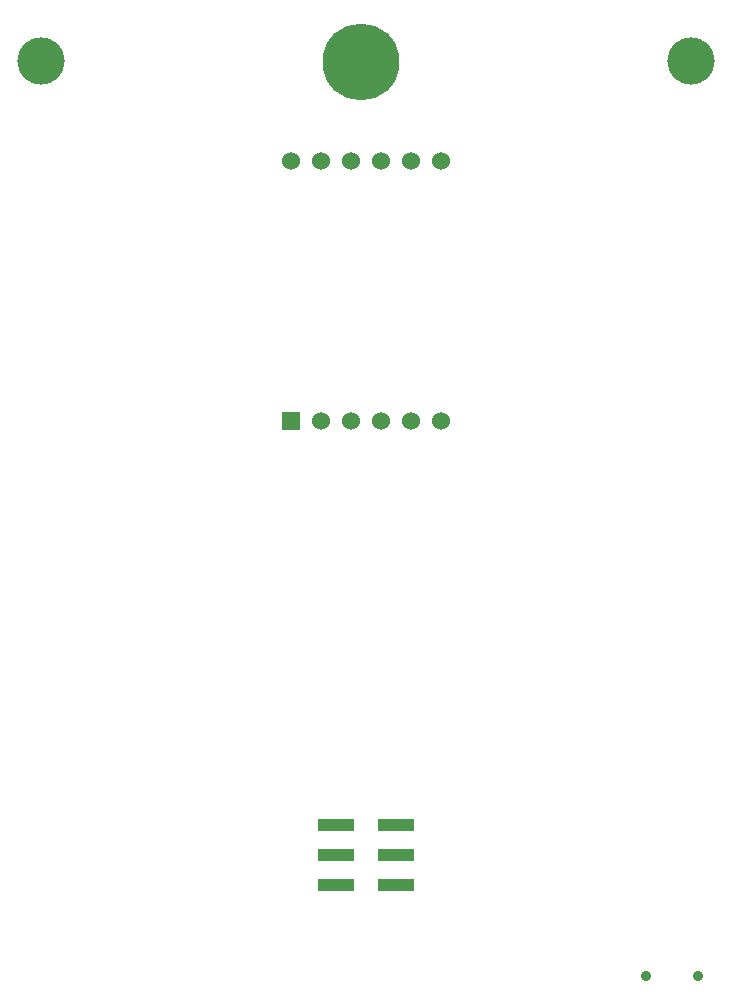
<source format=gbs>
G04 #@! TF.GenerationSoftware,KiCad,Pcbnew,6.0.1-79c1e3a40b~116~ubuntu21.04.1*
G04 #@! TF.CreationDate,2022-02-15T16:14:13-05:00*
G04 #@! TF.ProjectId,ttc_sign,7474635f-7369-4676-9e2e-6b696361645f,rev?*
G04 #@! TF.SameCoordinates,Original*
G04 #@! TF.FileFunction,Soldermask,Bot*
G04 #@! TF.FilePolarity,Negative*
%FSLAX46Y46*%
G04 Gerber Fmt 4.6, Leading zero omitted, Abs format (unit mm)*
G04 Created by KiCad (PCBNEW 6.0.1-79c1e3a40b~116~ubuntu21.04.1) date 2022-02-15 16:14:13*
%MOMM*%
%LPD*%
G01*
G04 APERTURE LIST*
%ADD10C,4.000000*%
%ADD11C,6.500000*%
%ADD12C,1.524000*%
%ADD13R,1.524000X1.524000*%
%ADD14R,3.150000X1.000000*%
%ADD15C,0.900000*%
G04 APERTURE END LIST*
D10*
G04 #@! TO.C,H3*
X115500000Y-39000000D03*
G04 #@! TD*
D11*
G04 #@! TO.C,H2*
X87630000Y-39116000D03*
G04 #@! TD*
D10*
G04 #@! TO.C,H1*
X60500000Y-39000000D03*
G04 #@! TD*
D12*
G04 #@! TO.C,U1*
X81650000Y-47500000D03*
X84190000Y-47500000D03*
X86730000Y-47500000D03*
X89270000Y-47500000D03*
X91810000Y-47500000D03*
X94350000Y-47500000D03*
X94350000Y-69500000D03*
X91810000Y-69500000D03*
X89270000Y-69500000D03*
X86730000Y-69500000D03*
X84190000Y-69500000D03*
D13*
X81650000Y-69500000D03*
G04 #@! TD*
D14*
G04 #@! TO.C,J2*
X85475000Y-108740000D03*
X90525000Y-108740000D03*
X85475000Y-106200000D03*
X90525000Y-106200000D03*
X85475000Y-103660000D03*
X90525000Y-103660000D03*
G04 #@! TD*
D15*
G04 #@! TO.C,J1*
X116116000Y-116462000D03*
X111716000Y-116462000D03*
G04 #@! TD*
M02*

</source>
